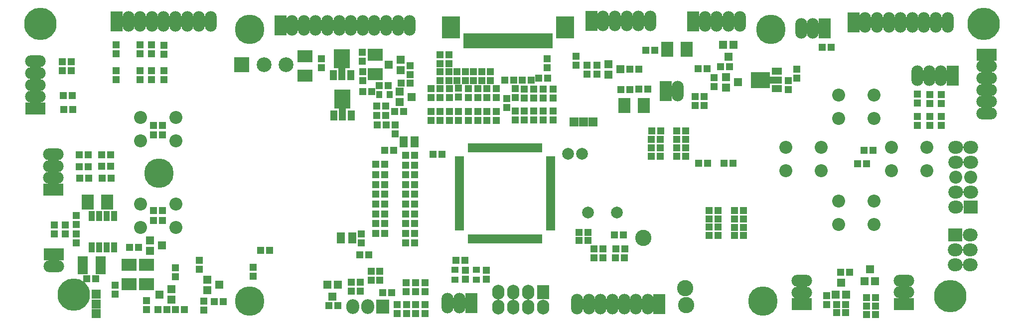
<source format=gts>
G04 (created by PCBNEW-RS274X (2011-07-08 BZR 3044)-stable) date 17/10/2011 18:06:50*
G01*
G70*
G90*
%MOIN*%
G04 Gerber Fmt 3.4, Leading zero omitted, Abs format*
%FSLAX34Y34*%
G04 APERTURE LIST*
%ADD10C,0.020000*%
%ADD11O,0.079100X0.138100*%
%ADD12R,0.079100X0.138100*%
%ADD13C,0.086900*%
%ADD14R,0.055000X0.075000*%
%ADD15R,0.045000X0.051500*%
%ADD16R,0.051500X0.045000*%
%ADD17C,0.108600*%
%ADD18R,0.056000X0.056000*%
%ADD19R,0.094800X0.086900*%
%ADD20O,0.098700X0.086900*%
%ADD21R,0.060000X0.030000*%
%ADD22R,0.030000X0.060000*%
%ADD23R,0.030000X0.100000*%
%ADD24R,0.120000X0.150000*%
%ADD25R,0.047600X0.067200*%
%ADD26R,0.047600X0.098700*%
%ADD27R,0.106600X0.130300*%
%ADD28R,0.083000X0.094800*%
%ADD29O,0.083000X0.098700*%
%ADD30C,0.197200*%
%ADD31C,0.216900*%
%ADD32R,0.040000X0.065000*%
%ADD33R,0.059400X0.059400*%
%ADD34O,0.138100X0.079100*%
%ADD35R,0.138100X0.079100*%
%ADD36C,0.079100*%
%ADD37R,0.067200X0.047600*%
%ADD38R,0.098700X0.047600*%
%ADD39R,0.130300X0.106600*%
%ADD40R,0.051500X0.043600*%
%ADD41R,0.098700X0.098700*%
%ADD42C,0.098700*%
%ADD43R,0.086900X0.094800*%
%ADD44O,0.086900X0.098700*%
%ADD45R,0.100000X0.080000*%
%ADD46R,0.080000X0.100000*%
%ADD47R,0.070000X0.120000*%
%ADD48R,0.043600X0.051500*%
G04 APERTURE END LIST*
G54D10*
G54D11*
X20162Y-13260D03*
X19375Y-13260D03*
G54D12*
X18587Y-13260D03*
G54D11*
X20949Y-13260D03*
X21737Y-13260D03*
X22524Y-13260D03*
X23311Y-13260D03*
X24098Y-13260D03*
X24886Y-13260D03*
G54D13*
X66890Y-26850D03*
X66890Y-25276D03*
X69252Y-26850D03*
X69252Y-25276D03*
X72795Y-21693D03*
X72795Y-23267D03*
X70433Y-21693D03*
X70433Y-23267D03*
X69252Y-18189D03*
X69252Y-19763D03*
X66890Y-18189D03*
X66890Y-19763D03*
G54D14*
X34342Y-27756D03*
X33592Y-27756D03*
X38525Y-21315D03*
X37775Y-21315D03*
G54D15*
X36510Y-27450D03*
X35910Y-27450D03*
X36510Y-26800D03*
X35910Y-26800D03*
X36510Y-24832D03*
X35910Y-24832D03*
X36510Y-23523D03*
X35910Y-23523D03*
G54D16*
X35035Y-15322D03*
X35035Y-15922D03*
G54D15*
X36510Y-26151D03*
X35910Y-26151D03*
X36510Y-25491D03*
X35910Y-25491D03*
X36510Y-24173D03*
X35910Y-24173D03*
X36509Y-22815D03*
X35909Y-22815D03*
X50133Y-27392D03*
X49533Y-27392D03*
X51897Y-27539D03*
X52497Y-27539D03*
G54D16*
X32293Y-15753D03*
X32293Y-16353D03*
X34951Y-27476D03*
X34951Y-28076D03*
G54D15*
X49533Y-27933D03*
X50133Y-27933D03*
X38518Y-28090D03*
X37918Y-28090D03*
X35644Y-17953D03*
X35044Y-17953D03*
X15064Y-19144D03*
X15664Y-19144D03*
X59228Y-22740D03*
X59828Y-22740D03*
G54D16*
X37972Y-32231D03*
X37972Y-32831D03*
G54D15*
X51964Y-29085D03*
X52564Y-29085D03*
X14956Y-16535D03*
X15556Y-16535D03*
X53529Y-17795D03*
X54129Y-17795D03*
G54D16*
X38602Y-32231D03*
X38602Y-32831D03*
X39224Y-32231D03*
X39224Y-32831D03*
X47386Y-16367D03*
X47386Y-15767D03*
G54D15*
X45162Y-17173D03*
X44562Y-17173D03*
G54D16*
X43021Y-16620D03*
X43021Y-17220D03*
X41918Y-16620D03*
X41918Y-17220D03*
X43572Y-16620D03*
X43572Y-17220D03*
X42470Y-16620D03*
X42470Y-17220D03*
X41367Y-16620D03*
X41367Y-17220D03*
G54D15*
X47426Y-17043D03*
X46826Y-17043D03*
X45708Y-17181D03*
X46308Y-17181D03*
X37111Y-21894D03*
X36511Y-21894D03*
X37918Y-22224D03*
X38518Y-22224D03*
X38508Y-27450D03*
X37908Y-27450D03*
X38518Y-26151D03*
X37918Y-26151D03*
X38518Y-24832D03*
X37918Y-24832D03*
X38518Y-23523D03*
X37918Y-23523D03*
G54D16*
X38594Y-30743D03*
X38594Y-31343D03*
G54D15*
X38518Y-26800D03*
X37918Y-26800D03*
X38519Y-25491D03*
X37919Y-25491D03*
X38518Y-24173D03*
X37918Y-24173D03*
X38518Y-22873D03*
X37918Y-22873D03*
X57516Y-22736D03*
X58131Y-22736D03*
G54D16*
X37969Y-30747D03*
X37969Y-31347D03*
X39217Y-30747D03*
X39217Y-31347D03*
G54D15*
X50517Y-28484D03*
X51117Y-28484D03*
X50527Y-29085D03*
X51127Y-29085D03*
X52919Y-16466D03*
X53519Y-16466D03*
G54D16*
X50728Y-16796D03*
X50728Y-16196D03*
X49321Y-15576D03*
X49321Y-16176D03*
X40816Y-15478D03*
X40816Y-16078D03*
X40816Y-17220D03*
X40816Y-16620D03*
X40226Y-17219D03*
X40226Y-16619D03*
X40217Y-15487D03*
X40217Y-16087D03*
X39626Y-19291D03*
X39626Y-19891D03*
X40843Y-19291D03*
X40843Y-19891D03*
X42114Y-19283D03*
X42114Y-19883D03*
X43366Y-19275D03*
X43366Y-19875D03*
X39626Y-17735D03*
X39626Y-18335D03*
X40843Y-17735D03*
X40843Y-18335D03*
X42110Y-17735D03*
X42110Y-18335D03*
X43366Y-17735D03*
X43366Y-18335D03*
X40220Y-19287D03*
X40220Y-19887D03*
X41461Y-19283D03*
X41461Y-19883D03*
X42748Y-19275D03*
X42748Y-19875D03*
X43988Y-19275D03*
X43988Y-19875D03*
X40228Y-17735D03*
X40228Y-18335D03*
X41461Y-17728D03*
X41461Y-18328D03*
X42740Y-17743D03*
X42740Y-18343D03*
X43980Y-17751D03*
X43980Y-18351D03*
X47130Y-19263D03*
X47130Y-19863D03*
X45866Y-19247D03*
X45866Y-19847D03*
X47783Y-19263D03*
X47783Y-19863D03*
X46504Y-19255D03*
X46504Y-19855D03*
X45264Y-19239D03*
X45264Y-19839D03*
X47780Y-17783D03*
X47780Y-18383D03*
X46504Y-17779D03*
X46504Y-18379D03*
X45264Y-17763D03*
X45264Y-18363D03*
X47122Y-17787D03*
X47122Y-18387D03*
X45870Y-17771D03*
X45870Y-18371D03*
G54D15*
X52338Y-17805D03*
X52938Y-17805D03*
G54D13*
X65709Y-21693D03*
X65709Y-23267D03*
X63347Y-21693D03*
X63347Y-23267D03*
X20197Y-21259D03*
X20197Y-19685D03*
X22559Y-21259D03*
X22559Y-19685D03*
X20197Y-27047D03*
X20197Y-25473D03*
X22559Y-27047D03*
X22559Y-25473D03*
G54D15*
X14966Y-15965D03*
X15566Y-15965D03*
X15615Y-18228D03*
X15015Y-18228D03*
X67623Y-30039D03*
X67023Y-30039D03*
X68745Y-31742D03*
X69345Y-31742D03*
G54D16*
X66101Y-31629D03*
X66101Y-32229D03*
G54D15*
X66747Y-32756D03*
X67347Y-32756D03*
X68755Y-32323D03*
X69355Y-32323D03*
G54D17*
X53807Y-27764D03*
G54D15*
X68755Y-32874D03*
X69355Y-32874D03*
G54D18*
X69336Y-30666D03*
X68636Y-30666D03*
X68986Y-29866D03*
X67396Y-31542D03*
X66696Y-31542D03*
X67046Y-30742D03*
X51500Y-16806D03*
X51500Y-16106D03*
X52300Y-16456D03*
G54D16*
X18490Y-30910D03*
X18490Y-31510D03*
G54D15*
X20050Y-28380D03*
X19450Y-28380D03*
G54D18*
X20812Y-28618D03*
X20812Y-27918D03*
X21612Y-28268D03*
G54D15*
X57298Y-18278D03*
X57898Y-18278D03*
X57294Y-18898D03*
X57894Y-18898D03*
X54591Y-15201D03*
X53991Y-15201D03*
X52574Y-28484D03*
X51974Y-28484D03*
G54D19*
X75736Y-25671D03*
G54D20*
X74736Y-25671D03*
X75736Y-24671D03*
X74736Y-24671D03*
G54D13*
X75736Y-23671D03*
X74736Y-23671D03*
G54D20*
X75736Y-22671D03*
X74736Y-22671D03*
X75736Y-21671D03*
X74736Y-21671D03*
G54D16*
X73750Y-18145D03*
X73750Y-18745D03*
G54D21*
X41527Y-27134D03*
X41527Y-22414D03*
X41527Y-22614D03*
X41527Y-22804D03*
X41527Y-23004D03*
X41527Y-23204D03*
X41527Y-23394D03*
X41527Y-23594D03*
X41527Y-23794D03*
X41527Y-23984D03*
X41527Y-24184D03*
X41527Y-24384D03*
X41527Y-24584D03*
X41527Y-24774D03*
X41527Y-24974D03*
X41527Y-25174D03*
X41527Y-25364D03*
X41527Y-25564D03*
X41527Y-25764D03*
X41527Y-25954D03*
X41527Y-26154D03*
X41527Y-26354D03*
X41527Y-26544D03*
X41527Y-26744D03*
X41527Y-26944D03*
G54D22*
X42217Y-21724D03*
X46937Y-21724D03*
X46737Y-21724D03*
X46547Y-21724D03*
X46347Y-21724D03*
X46147Y-21724D03*
X45957Y-21724D03*
X45757Y-21724D03*
X45557Y-21724D03*
X45367Y-21724D03*
X45167Y-21724D03*
X44967Y-21724D03*
X44767Y-21724D03*
X44577Y-21724D03*
X44377Y-21724D03*
X44177Y-21724D03*
X43987Y-21724D03*
X43787Y-21724D03*
X43587Y-21724D03*
X43397Y-21724D03*
X43197Y-21724D03*
X42997Y-21724D03*
X42807Y-21724D03*
X42607Y-21724D03*
X42407Y-21724D03*
X42217Y-27824D03*
X42417Y-27824D03*
X42607Y-27824D03*
X42807Y-27824D03*
X43007Y-27824D03*
X43197Y-27824D03*
X43397Y-27824D03*
X43597Y-27824D03*
X43787Y-27824D03*
X43987Y-27824D03*
X44187Y-27824D03*
X44387Y-27824D03*
X44577Y-27824D03*
X44777Y-27824D03*
X44977Y-27824D03*
X45167Y-27824D03*
X45367Y-27824D03*
X45567Y-27824D03*
X45757Y-27824D03*
X45957Y-27824D03*
X46157Y-27824D03*
X46347Y-27824D03*
X46547Y-27824D03*
X46747Y-27824D03*
X46937Y-27824D03*
G54D21*
X47627Y-27134D03*
X47627Y-26934D03*
X47627Y-26744D03*
X47627Y-26544D03*
X47627Y-26344D03*
X47627Y-26154D03*
X47627Y-25954D03*
X47627Y-25754D03*
X47627Y-25564D03*
X47627Y-25364D03*
X47627Y-25164D03*
X47627Y-24964D03*
X47627Y-24774D03*
X47627Y-24574D03*
X47627Y-24374D03*
X47627Y-24184D03*
X47627Y-23984D03*
X47627Y-23784D03*
X47627Y-23594D03*
X47627Y-23394D03*
X47627Y-23194D03*
X47627Y-23004D03*
X47627Y-22804D03*
X47627Y-22604D03*
X47627Y-22414D03*
G54D19*
X74697Y-27553D03*
G54D20*
X75697Y-27553D03*
X74697Y-28553D03*
X75697Y-28553D03*
X74697Y-29553D03*
X75697Y-29553D03*
G54D23*
X43878Y-14548D03*
X44078Y-14548D03*
X44273Y-14548D03*
X44468Y-14548D03*
X44668Y-14548D03*
X44863Y-14548D03*
X45058Y-14548D03*
X45258Y-14548D03*
X45453Y-14548D03*
X45648Y-14548D03*
X43681Y-14548D03*
X45848Y-14548D03*
X46043Y-14548D03*
X43484Y-14548D03*
X47618Y-14548D03*
X46238Y-14548D03*
X46438Y-14548D03*
X46633Y-14548D03*
X46828Y-14548D03*
X47028Y-14548D03*
X47223Y-14548D03*
X47418Y-14548D03*
X43287Y-14548D03*
X43091Y-14548D03*
X42894Y-14548D03*
X42697Y-14548D03*
X42500Y-14548D03*
X42303Y-14548D03*
X42106Y-14548D03*
X41909Y-14548D03*
G54D24*
X48588Y-13668D03*
X40958Y-13668D03*
G54D25*
X33078Y-16854D03*
G54D26*
X33669Y-16697D03*
G54D25*
X34260Y-16854D03*
G54D27*
X33669Y-15752D03*
G54D25*
X33110Y-19537D03*
G54D26*
X33701Y-19380D03*
G54D25*
X34292Y-19537D03*
G54D27*
X33701Y-18435D03*
G54D28*
X47130Y-31394D03*
G54D29*
X47130Y-32394D03*
X46130Y-31394D03*
X46130Y-32394D03*
X45130Y-31394D03*
X45130Y-32394D03*
X44130Y-31394D03*
X44130Y-32394D03*
G54D15*
X16088Y-22972D03*
X16688Y-22972D03*
X16117Y-23750D03*
X16717Y-23750D03*
G54D16*
X72156Y-18125D03*
X72156Y-18725D03*
G54D15*
X16088Y-22175D03*
X16688Y-22175D03*
G54D16*
X72972Y-18135D03*
X72972Y-18735D03*
G54D15*
X17604Y-22943D03*
X18204Y-22943D03*
X17613Y-23750D03*
X18213Y-23750D03*
G54D16*
X72165Y-19611D03*
X72165Y-20211D03*
G54D15*
X17604Y-22175D03*
X18204Y-22175D03*
G54D16*
X72972Y-19611D03*
X72972Y-20211D03*
X73750Y-19611D03*
X73750Y-20211D03*
G54D15*
X40343Y-22154D03*
X39743Y-22154D03*
G54D30*
X62362Y-13780D03*
G54D31*
X76575Y-13425D03*
G54D30*
X61811Y-31969D03*
G54D31*
X74370Y-31654D03*
G54D30*
X27480Y-31969D03*
G54D31*
X15709Y-31535D03*
G54D30*
X21417Y-23425D03*
G54D31*
X13504Y-13425D03*
G54D30*
X27480Y-13780D03*
G54D16*
X15894Y-27483D03*
X15894Y-28083D03*
X15890Y-26247D03*
X15890Y-26847D03*
G54D32*
X16919Y-26296D03*
X16919Y-28396D03*
X17419Y-26296D03*
X17919Y-26296D03*
X18419Y-26296D03*
X17419Y-28396D03*
X17919Y-28396D03*
X18419Y-28396D03*
G54D15*
X16602Y-30488D03*
X17202Y-30488D03*
G54D16*
X15161Y-26885D03*
X15161Y-27485D03*
X24130Y-29859D03*
X24130Y-29259D03*
X20579Y-32540D03*
X20579Y-31940D03*
G54D15*
X23119Y-32551D03*
X22519Y-32551D03*
X21342Y-32551D03*
X21942Y-32551D03*
X25106Y-32020D03*
X25706Y-32020D03*
G54D16*
X24421Y-31976D03*
X24421Y-32576D03*
G54D18*
X24651Y-31240D03*
X24651Y-30540D03*
X25451Y-30890D03*
X22239Y-31189D03*
X22239Y-31889D03*
X21439Y-31539D03*
G54D15*
X36401Y-31421D03*
X37001Y-31421D03*
G54D16*
X37339Y-32831D03*
X37339Y-32231D03*
X36189Y-30583D03*
X36189Y-29983D03*
X35630Y-30580D03*
X35630Y-29980D03*
X34902Y-31320D03*
X34902Y-30720D03*
X34283Y-31312D03*
X34283Y-30712D03*
X50039Y-16192D03*
X50039Y-16792D03*
G54D17*
X56618Y-31114D03*
X56689Y-32244D03*
G54D33*
X17205Y-32173D03*
X17205Y-32813D03*
X17205Y-31533D03*
G54D16*
X58571Y-17027D03*
X58571Y-17627D03*
G54D11*
X51925Y-13216D03*
X51138Y-13216D03*
G54D12*
X50350Y-13216D03*
G54D11*
X52712Y-13216D03*
X53500Y-13216D03*
X54287Y-13216D03*
X69454Y-13331D03*
X68667Y-13331D03*
G54D12*
X67879Y-13331D03*
G54D11*
X70241Y-13331D03*
X71029Y-13331D03*
X71816Y-13331D03*
X72603Y-13331D03*
X73390Y-13331D03*
X74178Y-13331D03*
G54D34*
X76795Y-17055D03*
X76795Y-16268D03*
G54D35*
X76795Y-15480D03*
G54D34*
X76795Y-17842D03*
X76795Y-18630D03*
X76795Y-19417D03*
G54D11*
X31114Y-13520D03*
X30326Y-13520D03*
G54D12*
X29539Y-13520D03*
G54D11*
X31901Y-13520D03*
X32689Y-13520D03*
X33476Y-13520D03*
X34263Y-13520D03*
X35051Y-13520D03*
X35838Y-13520D03*
X36626Y-13520D03*
X37413Y-13520D03*
X38200Y-13520D03*
G54D34*
X13142Y-17504D03*
X13142Y-18291D03*
G54D35*
X13142Y-19079D03*
G54D34*
X13142Y-16717D03*
X13142Y-15929D03*
X14399Y-29654D03*
G54D35*
X14399Y-28866D03*
G54D34*
X71252Y-30611D03*
X71252Y-31398D03*
G54D35*
X71252Y-32186D03*
G54D34*
X64413Y-30626D03*
X64413Y-31413D03*
G54D35*
X64413Y-32201D03*
G54D11*
X72945Y-16882D03*
X73732Y-16882D03*
G54D12*
X74520Y-16882D03*
G54D11*
X72158Y-16882D03*
X53326Y-32201D03*
X54113Y-32201D03*
G54D12*
X54901Y-32201D03*
G54D11*
X52539Y-32201D03*
X51751Y-32201D03*
X50964Y-32201D03*
X50177Y-32201D03*
X49390Y-32201D03*
X56107Y-17912D03*
G54D12*
X55319Y-17912D03*
G54D36*
X50133Y-26035D03*
X52055Y-26035D03*
G54D15*
X54366Y-21153D03*
X54966Y-21153D03*
X54362Y-22291D03*
X54962Y-22291D03*
X58232Y-26480D03*
X58832Y-26480D03*
X58221Y-27586D03*
X58821Y-27586D03*
X54378Y-20582D03*
X54978Y-20582D03*
X54362Y-21724D03*
X54962Y-21724D03*
X58228Y-25917D03*
X58828Y-25917D03*
X58225Y-27031D03*
X58825Y-27031D03*
G54D16*
X20146Y-17150D03*
X20146Y-16550D03*
X21756Y-17146D03*
X21756Y-16546D03*
G54D15*
X21658Y-26598D03*
X21058Y-26598D03*
G54D16*
X18563Y-17158D03*
X18563Y-16558D03*
X20921Y-17139D03*
X20921Y-16539D03*
G54D15*
X21658Y-20835D03*
X21058Y-20835D03*
G54D16*
X18559Y-15434D03*
X18559Y-14834D03*
X20921Y-15434D03*
X20921Y-14834D03*
G54D15*
X21650Y-20205D03*
X21050Y-20205D03*
X56054Y-20578D03*
X56654Y-20578D03*
X56051Y-21728D03*
X56651Y-21728D03*
X59921Y-25916D03*
X60521Y-25916D03*
X59924Y-27035D03*
X60524Y-27035D03*
G54D16*
X20142Y-15434D03*
X20142Y-14834D03*
X21752Y-15454D03*
X21752Y-14854D03*
G54D15*
X21639Y-25933D03*
X21039Y-25933D03*
X56051Y-21149D03*
X56651Y-21149D03*
X56051Y-22287D03*
X56651Y-22287D03*
X59924Y-26476D03*
X60524Y-26476D03*
X59909Y-27590D03*
X60509Y-27590D03*
G54D37*
X62760Y-17764D03*
G54D38*
X62603Y-17173D03*
G54D37*
X62760Y-16582D03*
G54D39*
X61658Y-17173D03*
G54D16*
X64075Y-17056D03*
X64075Y-16456D03*
X63524Y-17212D03*
X63524Y-17812D03*
G54D15*
X58995Y-16272D03*
X59595Y-16272D03*
G54D11*
X64374Y-13721D03*
X65161Y-13721D03*
G54D12*
X65949Y-13721D03*
G54D18*
X59352Y-17673D03*
X59352Y-16973D03*
X60152Y-17323D03*
G54D33*
X49819Y-19969D03*
X50459Y-19969D03*
X49179Y-19969D03*
G54D15*
X65798Y-14969D03*
X66398Y-14969D03*
G54D34*
X14342Y-22945D03*
X14342Y-23732D03*
G54D35*
X14342Y-24520D03*
G54D34*
X14342Y-22158D03*
G54D16*
X43323Y-29928D03*
X43323Y-30528D03*
G54D15*
X41875Y-29260D03*
X41275Y-29260D03*
G54D16*
X41929Y-29917D03*
X41929Y-30517D03*
G54D11*
X40733Y-32134D03*
X41520Y-32134D03*
G54D12*
X42308Y-32134D03*
G54D16*
X27732Y-30304D03*
X27732Y-29704D03*
G54D15*
X69186Y-21894D03*
X68586Y-21894D03*
X28831Y-28598D03*
X28231Y-28598D03*
X68753Y-22780D03*
X68153Y-22780D03*
X67346Y-32205D03*
X66746Y-32205D03*
G54D40*
X42650Y-29893D03*
X42650Y-30563D03*
X41236Y-29893D03*
X41236Y-30563D03*
G54D16*
X14421Y-26885D03*
X14421Y-27485D03*
X22524Y-30367D03*
X22524Y-29767D03*
G54D15*
X32798Y-32295D03*
X33398Y-32295D03*
G54D18*
X32678Y-30887D03*
X33378Y-30887D03*
X33028Y-31687D03*
G54D41*
X26965Y-16150D03*
G54D42*
X28441Y-16150D03*
X29917Y-16150D03*
G54D43*
X36398Y-32335D03*
G54D44*
X35398Y-32335D03*
X34398Y-32335D03*
G54D15*
X34854Y-28874D03*
X35454Y-28874D03*
G54D18*
X59160Y-14830D03*
X59860Y-14830D03*
X59510Y-15630D03*
G54D15*
X57500Y-16420D03*
X58100Y-16420D03*
G54D45*
X31197Y-15590D03*
X31197Y-16890D03*
X35902Y-15472D03*
X35902Y-16772D03*
X19429Y-30839D03*
X19429Y-29539D03*
X20591Y-30839D03*
X20591Y-29539D03*
G54D46*
X16669Y-25358D03*
X17969Y-25358D03*
X52570Y-18880D03*
X53870Y-18880D03*
G54D47*
X16337Y-29571D03*
X17537Y-29571D03*
G54D46*
X55429Y-15126D03*
X56729Y-15126D03*
G54D36*
X48803Y-22110D03*
X49724Y-22110D03*
G54D18*
X37517Y-18657D03*
X37517Y-17957D03*
X38317Y-18307D03*
X37581Y-15804D03*
X37581Y-16504D03*
X36781Y-16154D03*
G54D48*
X36169Y-18142D03*
X36839Y-18142D03*
G54D15*
X35976Y-18906D03*
X36576Y-18906D03*
X36007Y-20169D03*
X36607Y-20169D03*
G54D16*
X37205Y-20776D03*
X37205Y-20176D03*
X38224Y-16812D03*
X38224Y-16212D03*
G54D15*
X38233Y-17370D03*
X37633Y-17370D03*
X35987Y-19539D03*
X36587Y-19539D03*
X37184Y-19295D03*
X37784Y-19295D03*
X36769Y-17567D03*
X36169Y-17567D03*
G54D16*
X35047Y-16613D03*
X35047Y-17213D03*
X44693Y-19005D03*
X44693Y-18405D03*
G54D11*
X58728Y-13236D03*
X57941Y-13236D03*
G54D12*
X57153Y-13236D03*
G54D11*
X59515Y-13236D03*
X60303Y-13236D03*
M02*

</source>
